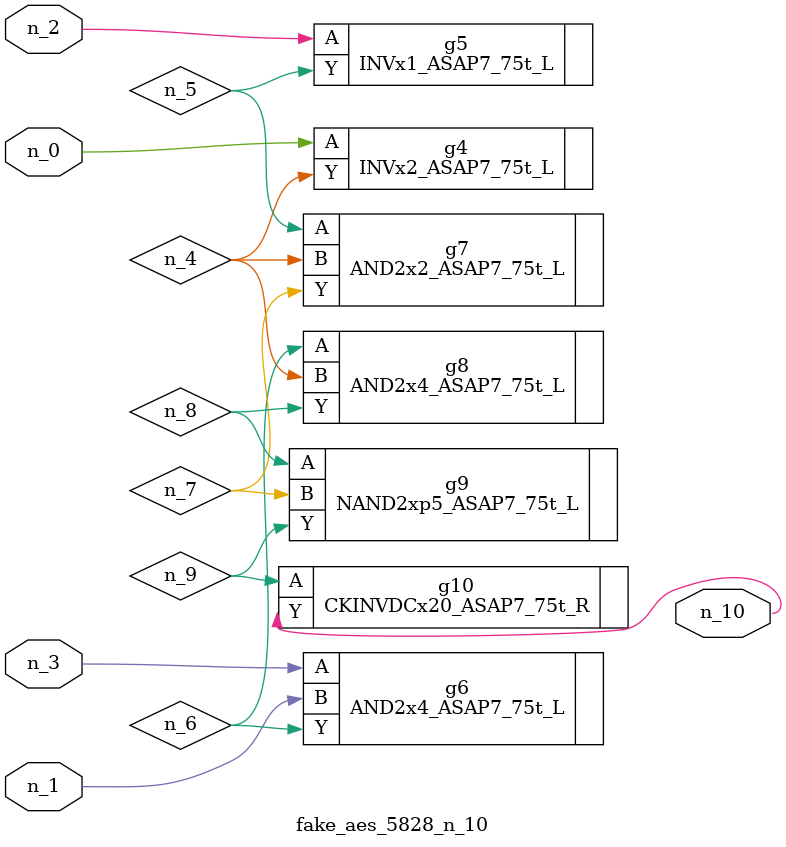
<source format=v>
module fake_aes_5828_n_10 (n_3, n_1, n_2, n_0, n_10);
input n_3;
input n_1;
input n_2;
input n_0;
output n_10;
wire n_6;
wire n_4;
wire n_9;
wire n_5;
wire n_8;
wire n_7;
INVx2_ASAP7_75t_L g4 ( .A(n_0), .Y(n_4) );
INVx1_ASAP7_75t_L g5 ( .A(n_2), .Y(n_5) );
AND2x4_ASAP7_75t_L g6 ( .A(n_3), .B(n_1), .Y(n_6) );
AND2x2_ASAP7_75t_L g7 ( .A(n_5), .B(n_4), .Y(n_7) );
AND2x4_ASAP7_75t_L g8 ( .A(n_6), .B(n_4), .Y(n_8) );
NAND2xp5_ASAP7_75t_L g9 ( .A(n_8), .B(n_7), .Y(n_9) );
CKINVDCx20_ASAP7_75t_R g10 ( .A(n_9), .Y(n_10) );
endmodule
</source>
